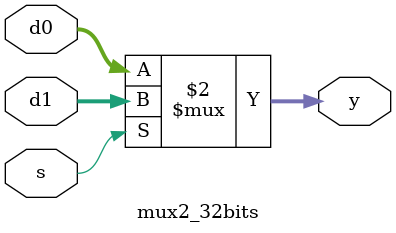
<source format=v>
module mux2_32bits(d0, d1, s, y);

	input [31:0] d0, d1;
	input s; //set input
	
	output [31:0] y; //set output
	
	assign y =( s==0 ) ? d0 : d1; //if s=0 -> y = d0 / else y = d1
	
endmodule

</source>
